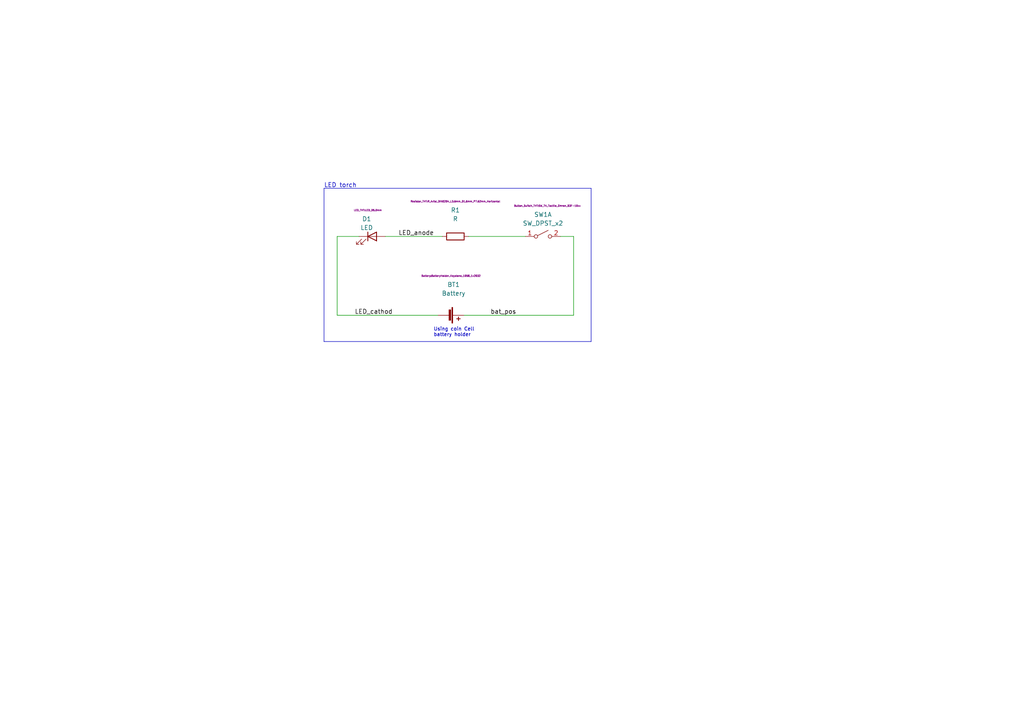
<source format=kicad_sch>
(kicad_sch (version 20230121) (generator eeschema)
  (paper "A4")
  (title_block (title "LED torch") (date "2023-02-24") (comment 1 "Project 1 of Kicad Like a Pro 3e") (comment 2 "abdo salm"))
  (lib_symbols
    (symbol "Device:Battery_Cell" (pin_numbers hide) (pin_names (offset 0) hide)
      (property "Reference" "BT" (at 2.54 2.54 0))
      (property "Value" "Battery_Cell" (at 2.54 0 0))
      (symbol "Battery_Cell_0_1"
        (rectangle (start -2.286 1.778) (end 2.286 1.524) (fill (type outline)))
        (rectangle (start -1.5748 1.1938) (end 1.4732 0.6858) (fill (type outline)))
        (polyline (pts (xy 0 0.762) (xy 0 0)))
        (polyline (pts (xy 0 1.778) (xy 0 2.54)))
        (polyline (pts (xy 0.508 3.429) (xy 1.524 3.429)) (stroke (width 0.254)))
        (polyline (pts (xy 1.016 3.937) (xy 1.016 2.921)) (stroke (width 0.254)))
      )
      (symbol "Battery_Cell_1_1"
        (pin passive line (at 0 5.08 270) (length 2.54) (name "+") (number "1"))
        (pin passive line (at 0 -2.54 90) (length 2.54) (name "-") (number "2"))
      )
    )
    (symbol "Device:LED" (pin_numbers hide) (pin_names (offset 1.016) hide)
      (property "Reference" "D" (at 0 2.54 0))
      (property "Value" "LED" (at 0 -2.54 0))
      (symbol "LED_0_1"
        (polyline (pts (xy -1.27 -1.27) (xy -1.27 1.27)) (stroke (width 0.254)))
        (polyline (pts (xy -1.27 0) (xy 1.27 0)))
        (polyline (pts (xy 1.27 -1.27) (xy 1.27 1.27) (xy -1.27 0) (xy 1.27 -1.27)) (stroke (width 0.254)))
        (polyline (pts (xy -3.048 -0.762) (xy -4.572 -2.286) (xy -3.81 -2.286) (xy -4.572 -2.286) (xy -4.572 -1.524)))
        (polyline (pts (xy -1.778 -0.762) (xy -3.302 -2.286) (xy -2.54 -2.286) (xy -3.302 -2.286) (xy -3.302 -1.524)))
      )
      (symbol "LED_1_1"
        (pin passive line (at -3.81 0 0) (length 2.54) (name "K") (number "1"))
        (pin passive line (at 3.81 0 180) (length 2.54) (name "A") (number "2"))
      )
    )
    (symbol "Device:R" (pin_numbers hide) (pin_names (offset 0))
      (property "Reference" "R" (at 2.032 0 90))
      (property "Value" "R" (at 0 0 90))
      (symbol "R_0_1"
        (rectangle (start -1.016 -2.54) (end 1.016 2.54) (stroke (width 0.254)))
      )
      (symbol "R_1_1"
        (pin passive line (at 0 3.81 270) (length 1.27) (name "~") (number "1"))
        (pin passive line (at 0 -3.81 90) (length 1.27) (name "~") (number "2"))
      )
    )
    (symbol "Switch:SW_DPST_x2" (pin_names (offset 0) hide)
      (property "Reference" "SW" (at 0 3.175 0))
      (property "Value" "SW_DPST_x2" (at 0 -2.54 0))
      (symbol "SW_DPST_x2_0_0"
        (circle (center -2.032 0) (radius 0.508))
        (polyline (pts (xy -1.524 0.254) (xy 1.524 1.778)))
        (circle (center 2.032 0) (radius 0.508))
      )
      (symbol "SW_DPST_x2_1_1"
        (pin passive line (at -5.08 0 0) (length 2.54) (name "A") (number "1"))
        (pin passive line (at 5.08 0 180) (length 2.54) (name "B") (number "2"))
      )
      (symbol "SW_DPST_x2_2_1"
        (pin passive line (at -5.08 0 0) (length 2.54) (name "A") (number "3"))
        (pin passive line (at 5.08 0 180) (length 2.54) (name "B") (number "4"))
      )
    )
  )
  (wire (pts (xy 111.76 68.58) (xy 128.27 68.58)))
  (wire (pts (xy 166.37 68.58) (xy 162.56 68.58)))
  (wire (pts (xy 97.79 91.44) (xy 127 91.44)))
  (polyline (pts (xy 93.98 54.61) (xy 171.45 54.61)))
  (polyline (pts (xy 93.98 99.06) (xy 171.45 99.06)))
  (polyline (pts (xy 93.98 99.06) (xy 93.98 54.61)))
  (wire (pts (xy 135.89 68.58) (xy 152.4 68.58)))
  (wire (pts (xy 97.79 68.58) (xy 97.79 91.44)))
  (polyline (pts (xy 171.45 54.61) (xy 171.45 99.06)))
  (wire (pts (xy 134.62 91.44) (xy 166.37 91.44)))
  (wire (pts (xy 97.79 68.58) (xy 104.14 68.58)))
  (wire (pts (xy 166.37 91.44) (xy 166.37 68.58)))
  (text "LED torch" (at 93.98 54.61 0) (effects (font (size 1.27 1.27)) (justify left bottom)))
  (text "Using coin Cell \nbattery holder" (at 125.73 97.79 0) (effects (font (size 1 1)) (justify left bottom)))
  (label "LED_cathod" (at 102.87 91.44 0))
  (label "LED_anode" (at 115.57 68.58 0))
  (label "bat_pos" (at 142.24 91.44 0))
  (symbol (lib_id "Device:Battery_Cell") (at 129.54 91.44 270) (unit 1)
    (property "Reference" "BT1" (at 131.572 82.55 90))
    (property "Value" "Battery" (at 131.572 85.09 90))
    (property "Footprint" "Battery:BatteryHolder_Keystone_1058_1x2032" (at 130.81 80.01 90) (effects (font (size 0.5 0.5))))
  )
  (symbol (lib_id "Device:R") (at 132.08 68.58 90) (unit 1)
    (property "Reference" "R1" (at 132.08 60.96 90))
    (property "Value" "R" (at 132.08 63.5 90))
    (property "Footprint" "Resistor_THT:R_Axial_DIN0204_L3.6mm_D1.6mm_P7.62mm_Horizontal" (at 132.08 58.42 90) (effects (font (size 0.5 0.5))))
  )
  (symbol (lib_id "Device:LED") (at 107.95 68.58 0) (unit 1)
    (property "Reference" "D1" (at 106.3625 63.5 0))
    (property "Value" "LED" (at 106.3625 66.04 0))
    (property "Footprint" "LED_THT:LED_D5.0mm" (at 106.68 60.96 0) (effects (font (size 0.5 0.5))))
  )
  (symbol (lib_id "Switch:SW_DPST_x2") (at 157.48 68.58 0) (unit 1)
    (property "Reference" "SW1" (at 157.48 62.23 0))
    (property "Value" "SW_DPST_x2" (at 157.48 64.77 0))
    (property "Footprint" "Button_Switch_THT:SW_TH_Tactile_Omron_B3F-10xx" (at 158.75 59.69 0) (effects (font (size 0.5 0.5))))
  )
)
</source>
